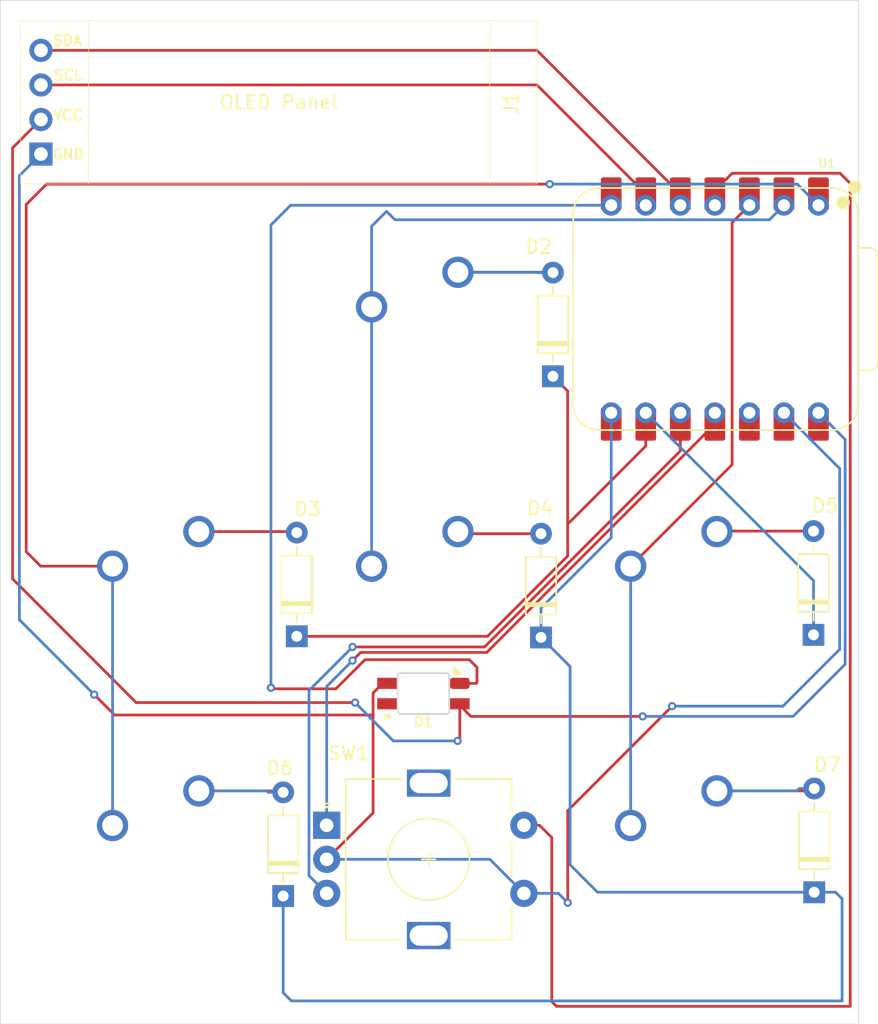
<source format=kicad_pcb>
(kicad_pcb (version 20241229) (generator "pcbnew") (generator_version "9.0")
  (layers (0 "F.Cu" signal) (2 "B.Cu" signal) (13 "F.Paste" user) (15 "B.Paste" user) (5 "F.SilkS" user "F.Silkscreen") (7 "B.SilkS" user "B.Silkscreen") (1 "F.Mask" user) (3 "B.Mask" user) (25 "Edge.Cuts" user))
  (net 0 "")
  (net 1 "LED")
  (net 3 "VCC")
  (net 4 "GND")
  (net 5 "Net-(D2-A)")
  (net 6 "Net-(D3-A)")
  (net 7 "ROW1")
  (net 8 "Net-(D4-A)")
  (net 9 "Net-(D5-A)")
  (net 10 "ROW2")
  (net 11 "Net-(D6-A)")
  (net 12 "Net-(D7-A)")
  (net 13 "SDA")
  (net 14 "SCL")
  (net 15 "R_A")
  (net 16 "R_B")
  (net 17 "COL1")
  (net 18 "R_SW")
  (net 19 "COL2")
  (net 22 "COL3")
  (footprint "libs:SK6812-MINI-E" (layer "F.Cu") (at 176.2125 94.925)
    (property "Reference" "D1" (at 0 2.1 0) (layer "F.SilkS") (effects (font (size 0.7 0.7))))
    (property "Value" "SK6812MINI" (hide yes))
    (fp_poly (pts (xy 2.8 -1.4) (xy 2.2 -1.4) (xy 2.2 -2)) (stroke (width 0.1)) (fill yes) (layer "F.SilkS"))
    (fp_poly (pts (xy -2.62 1.448) (xy -2.38 1.778) (xy -2.86 1.778) (xy -2.62 1.448)) (stroke (width 0.12)) (fill yes) (layer "F.SilkS"))
    (fp_line (start -1.9 1.3) (end -1.9 -1.3) (stroke (width 0.12)) (layer "Edge.Cuts"))
    (fp_line (start -1.7 -1.5) (end 1.7 -1.5) (stroke (width 0.12)) (layer "Edge.Cuts"))
    (fp_line (start 1.7 1.5) (end -1.7 1.5) (stroke (width 0.12)) (layer "Edge.Cuts"))
    (fp_line (start 1.9 -1.3) (end 1.9 1.3) (stroke (width 0.12)) (layer "Edge.Cuts"))
    (fp_arc (start -1.9 -1.3) (mid -1.841421 -1.441421) (end -1.7 -1.5) (stroke (width 0.12)) (layer "Edge.Cuts"))
    (fp_arc (start -1.7 1.5) (mid -1.841421 1.441421) (end -1.9 1.3) (stroke (width 0.12)) (layer "Edge.Cuts"))
    (fp_arc (start 1.7 -1.5) (mid 1.841421 -1.441421) (end 1.9 -1.3) (stroke (width 0.12)) (layer "Edge.Cuts"))
    (fp_arc (start 1.9 1.3) (mid 1.841421 1.441421) (end 1.7 1.5) (stroke (width 0.12)) (layer "Edge.Cuts"))
    (pad "1" smd rect (at -2.675 0.75) (size 1.45 0.82) (layers "F.Cu" "F.Mask" "F.Paste"))
    (pad "2" smd rect (at -2.675 -0.75) (size 1.45 0.82) (layers "F.Cu" "F.Mask" "F.Paste") (net 4 "GND"))
    (pad "3" smd roundrect (at 2.675 -0.75) (size 1.45 0.82) (layers "F.Cu" "F.Mask" "F.Paste") (net 1 "LED"))
    (pad "4" smd rect (at 2.675 0.75) (size 1.45 0.82) (layers "F.Cu" "F.Mask" "F.Paste") (net 3 "VCC"))
  )
  (footprint "OPL:XIAO-RP2040-DIP" (layer "F.Cu") (at 197.6438 66.675 -90)
    (property "Reference" "U1" (at -10.6875 -8.2312 0) (layer "F.SilkS") (effects (font (size 0.635 0.635) (thickness 0.1016))))
    (property "Value" "XIAO-RP2040-DIP")
    (fp_line (start -6.985 10.414) (end 6.985 10.414) (stroke (width 0.127)) (layer "F.SilkS"))
    (fp_line (start -8.89 8.509) (end -8.89 -8.636) (stroke (width 0.127)) (layer "F.SilkS"))
    (fp_line (start 8.89 8.509) (end 8.89 -8.636) (stroke (width 0.127)) (layer "F.SilkS"))
    (fp_line (start -4.495 -10.541) (end -4.491272 -11.451272) (stroke (width 0.127)) (layer "F.SilkS"))
    (fp_line (start 6.985 -10.541) (end -6.985 -10.541) (stroke (width 0.1)) (layer "F.SilkS"))
    (fp_line (start 6.985 -10.541) (end -6.985 -10.541) (stroke (width 0.127)) (layer "F.SilkS"))
    (fp_line (start 4.504 -11.451) (end 4.504 -10.541) (stroke (width 0.127)) (layer "F.SilkS"))
    (fp_line (start -3.991272 -11.951) (end 4.004 -11.951) (stroke (width 0.127)) (layer "F.SilkS"))
    (fp_arc (start -6.985 10.414) (mid -8.332038 9.856038) (end -8.89 8.509) (stroke (width 0.127)) (layer "F.SilkS"))
    (fp_arc (start 8.89 8.509) (mid 8.332038 9.856038) (end 6.985 10.414) (stroke (width 0.127)) (layer "F.SilkS"))
    (fp_arc (start -8.89 -8.636) (mid -8.332038 -9.983038) (end -6.985 -10.541) (stroke (width 0.127)) (layer "F.SilkS"))
    (fp_arc (start 6.985 -10.541) (mid 8.332038 -9.983038) (end 8.89 -8.636) (stroke (width 0.127)) (layer "F.SilkS"))
    (fp_arc (start -4.491272 -11.451272) (mid -4.344728 -11.80464) (end -3.991272 -11.951) (stroke (width 0.127)) (layer "F.SilkS"))
    (fp_arc (start 4.004 -11.951) (mid 4.357553 -11.804553) (end 4.504 -11.451) (stroke (width 0.127)) (layer "F.SilkS"))
    (fp_circle (center -7.807 -9.42) (end -7.807 -9.674) (stroke (width 0.5)) (fill yes) (layer "F.SilkS"))
    (fp_circle (center -8.95 -10.3) (end -8.95 -10.554) (stroke (width 0.5)) (fill yes) (layer "F.SilkS"))
    (pad "1" smd roundrect (at -8.455 -7.62 90) (size 2.432 1.524) (layers "F.Cu" "F.Mask") (roundrect_rratio 0.1) (net 17 "COL1"))
    (pad "1" thru_hole circle (at -7.62 -7.62 90) (size 1.524 1.524) (drill 0.889) (layers "*.Cu" "*.Mask") (net 17 "COL1"))
    (pad "2" smd roundrect (at -8.455 -5.08 90) (size 2.432 1.524) (layers "F.Cu" "F.Mask") (roundrect_rratio 0.1) (net 19 "COL2"))
    (pad "2" thru_hole circle (at -7.62 -5.08 90) (size 1.524 1.524) (drill 0.889) (layers "*.Cu" "*.Mask") (net 19 "COL2"))
    (pad "3" smd roundrect (at -8.455 -2.54 90) (size 2.432 1.524) (layers "F.Cu" "F.Mask") (roundrect_rratio 0.1) (net 22 "COL3"))
    (pad "3" thru_hole circle (at -7.62 -2.54 90) (size 1.524 1.524) (drill 0.889) (layers "*.Cu" "*.Mask") (net 22 "COL3"))
    (pad "4" smd roundrect (at -8.455 0 90) (size 2.432 1.524) (layers "F.Cu" "F.Mask") (roundrect_rratio 0.1) (net 18 "R_SW"))
    (pad "4" thru_hole circle (at -7.62 0 90) (size 1.524 1.524) (drill 0.889) (layers "*.Cu" "*.Mask") (net 18 "R_SW"))
    (pad "5" smd roundrect (at -8.455 2.54 90) (size 2.432 1.524) (layers "F.Cu" "F.Mask") (roundrect_rratio 0.1) (net 13 "SDA"))
    (pad "5" thru_hole circle (at -7.62 2.54 90) (size 1.524 1.524) (drill 0.889) (layers "*.Cu" "*.Mask") (net 13 "SDA"))
    (pad "6" smd roundrect (at -8.455 5.08 90) (size 2.432 1.524) (layers "F.Cu" "F.Mask") (roundrect_rratio 0.1) (net 14 "SCL"))
    (pad "6" thru_hole circle (at -7.62 5.08 90) (size 1.524 1.524) (drill 0.889) (layers "*.Cu" "*.Mask") (net 14 "SCL"))
    (pad "7" smd roundrect (at -8.455 7.62 90) (size 2.432 1.524) (layers "F.Cu" "F.Mask") (roundrect_rratio 0.1) (net 1 "LED"))
    (pad "7" thru_hole circle (at -7.62 7.62 90) (size 1.524 1.524) (drill 0.889) (layers "*.Cu" "*.Mask") (net 1 "LED"))
    (pad "8" thru_hole circle (at 7.62 7.62 270) (size 1.524 1.524) (drill 0.889) (layers "*.Cu" "*.Mask") (net 10 "ROW2"))
    (pad "8" smd roundrect (at 8.455 7.62 270) (size 2.432 1.524) (layers "F.Cu" "F.Mask") (roundrect_rratio 0.1) (net 10 "ROW2"))
    (pad "9" thru_hole circle (at 7.62 5.08 270) (size 1.524 1.524) (drill 0.889) (layers "*.Cu" "*.Mask") (net 7 "ROW1"))
    (pad "9" smd roundrect (at 8.455 5.08 270) (size 2.432 1.524) (layers "F.Cu" "F.Mask") (roundrect_rratio 0.1) (net 7 "ROW1"))
    (pad "10" thru_hole circle (at 7.62 2.54 270) (size 1.524 1.524) (drill 0.889) (layers "*.Cu" "*.Mask") (net 16 "R_B"))
    (pad "10" smd roundrect (at 8.455 2.54 270) (size 2.432 1.524) (layers "F.Cu" "F.Mask") (roundrect_rratio 0.1) (net 16 "R_B"))
    (pad "11" thru_hole circle (at 7.62 0 270) (size 1.524 1.524) (drill 0.889) (layers "*.Cu" "*.Mask") (net 15 "R_A"))
    (pad "11" smd roundrect (at 8.455 0 270) (size 2.432 1.524) (layers "F.Cu" "F.Mask") (roundrect_rratio 0.1) (net 15 "R_A"))
    (pad "12" thru_hole circle (at 7.62 -2.54 270) (size 1.524 1.524) (drill 0.889) (layers "*.Cu" "*.Mask"))
    (pad "12" smd roundrect (at 8.455 -2.54 270) (size 2.432 1.524) (layers "F.Cu" "F.Mask") (roundrect_rratio 0.1))
    (pad "13" thru_hole circle (at 7.62 -5.08 270) (size 1.524 1.524) (drill 0.889) (layers "*.Cu" "*.Mask") (net 4 "GND"))
    (pad "13" smd roundrect (at 8.455 -5.08 270) (size 2.432 1.524) (layers "F.Cu" "F.Mask") (roundrect_rratio 0.1) (net 4 "GND"))
    (pad "14" thru_hole circle (at 7.62 -7.62 270) (size 1.524 1.524) (drill 0.889) (layers "*.Cu" "*.Mask") (net 3 "VCC"))
    (pad "14" smd roundrect (at 8.455 -7.62 270) (size 2.432 1.524) (layers "F.Cu" "F.Mask") (roundrect_rratio 0.1) (net 3 "VCC"))
  )
  (footprint "MX_Solderable:MX-Solderable-1U" (layer "F.Cu") (at 195.2625 107.1562)
    (property "Reference" "SW7")
    (property "Value" "SW_Push")
    (pad "" np_thru_hole circle (at -5.08 0 48.099) (size 1.7018 1.7018) (drill 1.7018) (layers "*.Cu" "*.Mask"))
    (pad "" np_thru_hole circle (at 0 0) (size 3.9878 3.9878) (drill 3.9878) (layers "*.Cu" "*.Mask"))
    (pad "" np_thru_hole circle (at 5.08 0 48.099) (size 1.7018 1.7018) (drill 1.7018) (layers "*.Cu" "*.Mask"))
    (pad "1" thru_hole circle (at -3.81 -2.54) (size 2.3 2.3) (drill 1.524) (layers "*.Cu" "B.Mask") (net 22 "COL3"))
    (pad "2" thru_hole circle (at 2.54 -5.08) (size 2.3 2.3) (drill 1.524) (layers "*.Cu" "B.Mask") (net 12 "Net-(D7-A)"))
  )
  (footprint "OLED:SSD1306-0.91-OLED-4pin-128x32" (layer "F.Cu") (at 184.585 57.485 180)
    (property "Reference" "J1" (at 1.9 5.91 90) (layer "F.SilkS"))
    (property "Value" "OLED DISPLAY")
    (fp_line (start 38 12) (end 38 0) (stroke (width 0.04)) (layer "F.SilkS"))
    (fp_line (start 38 0) (end 0 0) (stroke (width 0.04)) (layer "F.SilkS"))
    (fp_line (start 33 0) (end 33 12) (stroke (width 0.04)) (layer "F.SilkS"))
    (fp_line (start 3.5 0) (end 3.5 12) (stroke (width 0.04)) (layer "F.SilkS"))
    (fp_line (start 0 12) (end 38 12) (stroke (width 0.04)) (layer "F.SilkS"))
    (fp_line (start 0 0) (end 0 12) (stroke (width 0.04)) (layer "F.SilkS"))
    (fp_text user "GND" (at 34.5 2.19 180) (layer "F.SilkS") (effects (font (size 0.75 0.75))))
    (fp_text user "SCL" (at 34.5 7.985 180) (layer "F.SilkS") (effects (font (size 0.75 0.75))))
    (fp_text user "OLED Panel" (at 19 6 0) (layer "F.SilkS"))
    (fp_text user "SDA" (at 34.5475 10.535 180) (layer "F.SilkS") (effects (font (size 0.75 0.75))))
    (fp_text user "VCC" (at 34.51 5.06 180) (layer "F.SilkS") (effects (font (size 0.75 0.75))))
    (pad "1" thru_hole rect (at 36.5 2.19 180) (size 1.7 1.7) (drill 1) (layers "*.Cu" "*.Mask") (net 4 "GND"))
    (pad "2" thru_hole oval (at 36.5 4.73 180) (size 1.7 1.7) (drill 1) (layers "*.Cu" "*.Mask") (net 3 "VCC"))
    (pad "3" thru_hole oval (at 36.5 7.27 180) (size 1.7 1.7) (drill 1) (layers "*.Cu" "*.Mask") (net 14 "SCL"))
    (pad "4" thru_hole oval (at 36.5 9.81 180) (size 1.7 1.7) (drill 1) (layers "*.Cu" "*.Mask") (net 13 "SDA"))
  )
  (footprint "Diode_THT:D_DO-35_SOD27_P7.62mm_Horizontal" (layer "F.Cu") (at 166.9 90.72 90)
    (property "Reference" "D3" (at 9.345 0.8 180) (layer "F.SilkS"))
    (property "Value" "D")
    (fp_line (start 5.93 -1.12) (end 1.69 -1.12) (stroke (width 0.12)) (layer "F.SilkS"))
    (fp_line (start 2.53 -1.12) (end 2.53 1.12) (stroke (width 0.12)) (layer "F.SilkS"))
    (fp_line (start 2.41 -1.12) (end 2.41 1.12) (stroke (width 0.12)) (layer "F.SilkS"))
    (fp_line (start 2.29 -1.12) (end 2.29 1.12) (stroke (width 0.12)) (layer "F.SilkS"))
    (fp_line (start 1.69 -1.12) (end 1.69 1.12) (stroke (width 0.12)) (layer "F.SilkS"))
    (fp_line (start 6.58 0) (end 5.93 0) (stroke (width 0.12)) (layer "F.SilkS"))
    (fp_line (start 1.04 0) (end 1.69 0) (stroke (width 0.12)) (layer "F.SilkS"))
    (fp_line (start 5.93 1.12) (end 5.93 -1.12) (stroke (width 0.12)) (layer "F.SilkS"))
    (fp_line (start 1.69 1.12) (end 5.93 1.12) (stroke (width 0.12)) (layer "F.SilkS"))
    (pad "1" thru_hole rect (at 0 0 90) (size 1.6 1.6) (drill 0.8) (layers "*.Cu" "*.Mask") (net 7 "ROW1"))
    (pad "2" thru_hole oval (at 7.62 0 90) (size 1.6 1.6) (drill 0.8) (layers "*.Cu" "*.Mask") (net 6 "Net-(D3-A)"))
  )
  (footprint "Diode_THT:D_DO-35_SOD27_P7.62mm_Horizontal" (layer "F.Cu") (at 165.9 109.8 90)
    (property "Reference" "D6" (at 9.4 -0.2625 180) (layer "F.SilkS"))
    (property "Value" "D")
    (fp_line (start 5.93 -1.12) (end 1.69 -1.12) (stroke (width 0.12)) (layer "F.SilkS"))
    (fp_line (start 2.53 -1.12) (end 2.53 1.12) (stroke (width 0.12)) (layer "F.SilkS"))
    (fp_line (start 2.41 -1.12) (end 2.41 1.12) (stroke (width 0.12)) (layer "F.SilkS"))
    (fp_line (start 2.29 -1.12) (end 2.29 1.12) (stroke (width 0.12)) (layer "F.SilkS"))
    (fp_line (start 1.69 -1.12) (end 1.69 1.12) (stroke (width 0.12)) (layer "F.SilkS"))
    (fp_line (start 6.58 0) (end 5.93 0) (stroke (width 0.12)) (layer "F.SilkS"))
    (fp_line (start 1.04 0) (end 1.69 0) (stroke (width 0.12)) (layer "F.SilkS"))
    (fp_line (start 5.93 1.12) (end 5.93 -1.12) (stroke (width 0.12)) (layer "F.SilkS"))
    (fp_line (start 1.69 1.12) (end 5.93 1.12) (stroke (width 0.12)) (layer "F.SilkS"))
    (pad "1" thru_hole rect (at 0 0 90) (size 1.6 1.6) (drill 0.8) (layers "*.Cu" "*.Mask") (net 10 "ROW2"))
    (pad "2" thru_hole oval (at 7.62 0 90) (size 1.6 1.6) (drill 0.8) (layers "*.Cu" "*.Mask") (net 11 "Net-(D6-A)"))
  )
  (footprint "Diode_THT:D_DO-35_SOD27_P7.62mm_Horizontal" (layer "F.Cu") (at 184.86 90.8 90)
    (property "Reference" "D4" (at 9.5 -0.06 180) (layer "F.SilkS"))
    (property "Value" "D" (hide yes))
    (fp_line (start 5.93 -1.12) (end 1.69 -1.12) (stroke (width 0.12)) (layer "F.SilkS"))
    (fp_line (start 2.53 -1.12) (end 2.53 1.12) (stroke (width 0.12)) (layer "F.SilkS"))
    (fp_line (start 2.41 -1.12) (end 2.41 1.12) (stroke (width 0.12)) (layer "F.SilkS"))
    (fp_line (start 2.29 -1.12) (end 2.29 1.12) (stroke (width 0.12)) (layer "F.SilkS"))
    (fp_line (start 1.69 -1.12) (end 1.69 1.12) (stroke (width 0.12)) (layer "F.SilkS"))
    (fp_line (start 6.58 0) (end 5.93 0) (stroke (width 0.12)) (layer "F.SilkS"))
    (fp_line (start 1.04 0) (end 1.69 0) (stroke (width 0.12)) (layer "F.SilkS"))
    (fp_line (start 5.93 1.12) (end 5.93 -1.12) (stroke (width 0.12)) (layer "F.SilkS"))
    (fp_line (start 1.69 1.12) (end 5.93 1.12) (stroke (width 0.12)) (layer "F.SilkS"))
    (pad "1" thru_hole rect (at 0 0 90) (size 1.6 1.6) (drill 0.8) (layers "*.Cu" "*.Mask") (net 10 "ROW2"))
    (pad "2" thru_hole oval (at 7.62 0 90) (size 1.6 1.6) (drill 0.8) (layers "*.Cu" "*.Mask") (net 8 "Net-(D4-A)"))
  )
  (footprint "MX_Solderable:MX-Solderable-1U" (layer "F.Cu") (at 176.2125 69.0562)
    (property "Reference" "SW2")
    (property "Value" "SW_Push")
    (pad "" np_thru_hole circle (at -5.08 0 48.099) (size 1.7018 1.7018) (drill 1.7018) (layers "*.Cu" "*.Mask"))
    (pad "" np_thru_hole circle (at 0 0) (size 3.9878 3.9878) (drill 3.9878) (layers "*.Cu" "*.Mask"))
    (pad "" np_thru_hole circle (at 5.08 0 48.099) (size 1.7018 1.7018) (drill 1.7018) (layers "*.Cu" "*.Mask"))
    (pad "1" thru_hole circle (at -3.81 -2.54) (size 2.3 2.3) (drill 1.524) (layers "*.Cu" "B.Mask") (net 19 "COL2"))
    (pad "2" thru_hole circle (at 2.54 -5.08) (size 2.3 2.3) (drill 1.524) (layers "*.Cu" "B.Mask") (net 5 "Net-(D2-A)"))
  )
  (footprint "MX_Solderable:MX-Solderable-1U" (layer "F.Cu") (at 157.1625 107.1562)
    (property "Reference" "SW6")
    (property "Value" "SW_Push")
    (pad "" np_thru_hole circle (at -5.08 0 48.099) (size 1.7018 1.7018) (drill 1.7018) (layers "*.Cu" "*.Mask"))
    (pad "" np_thru_hole circle (at 0 0) (size 3.9878 3.9878) (drill 3.9878) (layers "*.Cu" "*.Mask"))
    (pad "" np_thru_hole circle (at 5.08 0 48.099) (size 1.7018 1.7018) (drill 1.7018) (layers "*.Cu" "*.Mask"))
    (pad "1" thru_hole circle (at -3.81 -2.54) (size 2.3 2.3) (drill 1.524) (layers "*.Cu" "B.Mask") (net 17 "COL1"))
    (pad "2" thru_hole circle (at 2.54 -5.08) (size 2.3 2.3) (drill 1.524) (layers "*.Cu" "B.Mask") (net 11 "Net-(D6-A)"))
  )
  (footprint "MX_Solderable:MX-Solderable-1U" (layer "F.Cu") (at 176.2125 88.1062)
    (property "Reference" "SW4")
    (property "Value" "SW_Push")
    (pad "" np_thru_hole circle (at -5.08 0 48.099) (size 1.7018 1.7018) (drill 1.7018) (layers "*.Cu" "*.Mask"))
    (pad "" np_thru_hole circle (at 0 0) (size 3.9878 3.9878) (drill 3.9878) (layers "*.Cu" "*.Mask"))
    (pad "" np_thru_hole circle (at 5.08 0 48.099) (size 1.7018 1.7018) (drill 1.7018) (layers "*.Cu" "*.Mask"))
    (pad "1" thru_hole circle (at -3.81 -2.54) (size 2.3 2.3) (drill 1.524) (layers "*.Cu" "B.Mask") (net 19 "COL2"))
    (pad "2" thru_hole circle (at 2.54 -5.08) (size 2.3 2.3) (drill 1.524) (layers "*.Cu" "B.Mask") (net 8 "Net-(D4-A)"))
  )
  (footprint "MX_Solderable:MX-Solderable-1U" (layer "F.Cu") (at 157.1625 88.1062)
    (property "Reference" "SW3")
    (property "Value" "SW_Push")
    (pad "" np_thru_hole circle (at -5.08 0 48.099) (size 1.7018 1.7018) (drill 1.7018) (layers "*.Cu" "*.Mask"))
    (pad "" np_thru_hole circle (at 0 0) (size 3.9878 3.9878) (drill 3.9878) (layers "*.Cu" "*.Mask"))
    (pad "" np_thru_hole circle (at 5.08 0 48.099) (size 1.7018 1.7018) (drill 1.7018) (layers "*.Cu" "*.Mask"))
    (pad "1" thru_hole circle (at -3.81 -2.54) (size 2.3 2.3) (drill 1.524) (layers "*.Cu" "B.Mask") (net 17 "COL1"))
    (pad "2" thru_hole circle (at 2.54 -5.08) (size 2.3 2.3) (drill 1.524) (layers "*.Cu" "B.Mask") (net 6 "Net-(D3-A)"))
  )
  (footprint "Diode_THT:D_DO-35_SOD27_P7.62mm_Horizontal" (layer "F.Cu") (at 185.7375 71.62 90)
    (property "Reference" "D2" (at 9.52 -1.0375 180) (layer "F.SilkS"))
    (property "Value" "D" (hide yes))
    (fp_line (start 5.93 -1.12) (end 1.69 -1.12) (stroke (width 0.12)) (layer "F.SilkS"))
    (fp_line (start 2.53 -1.12) (end 2.53 1.12) (stroke (width 0.12)) (layer "F.SilkS"))
    (fp_line (start 2.41 -1.12) (end 2.41 1.12) (stroke (width 0.12)) (layer "F.SilkS"))
    (fp_line (start 2.29 -1.12) (end 2.29 1.12) (stroke (width 0.12)) (layer "F.SilkS"))
    (fp_line (start 1.69 -1.12) (end 1.69 1.12) (stroke (width 0.12)) (layer "F.SilkS"))
    (fp_line (start 6.58 0) (end 5.93 0) (stroke (width 0.12)) (layer "F.SilkS"))
    (fp_line (start 1.04 0) (end 1.69 0) (stroke (width 0.12)) (layer "F.SilkS"))
    (fp_line (start 5.93 1.12) (end 5.93 -1.12) (stroke (width 0.12)) (layer "F.SilkS"))
    (fp_line (start 1.69 1.12) (end 5.93 1.12) (stroke (width 0.12)) (layer "F.SilkS"))
    (pad "1" thru_hole rect (at 0 0 90) (size 1.6 1.6) (drill 0.8) (layers "*.Cu" "*.Mask") (net 7 "ROW1"))
    (pad "2" thru_hole oval (at 7.62 0 90) (size 1.6 1.6) (drill 0.8) (layers "*.Cu" "*.Mask") (net 5 "Net-(D2-A)"))
  )
  (footprint "MX_Solderable:MX-Solderable-1U" (layer "F.Cu") (at 195.2625 88.1062)
    (property "Reference" "SW5")
    (property "Value" "SW_Push")
    (pad "" np_thru_hole circle (at -5.08 0 48.099) (size 1.7018 1.7018) (drill 1.7018) (layers "*.Cu" "*.Mask"))
    (pad "" np_thru_hole circle (at 0 0) (size 3.9878 3.9878) (drill 3.9878) (layers "*.Cu" "*.Mask"))
    (pad "" np_thru_hole circle (at 5.08 0 48.099) (size 1.7018 1.7018) (drill 1.7018) (layers "*.Cu" "*.Mask"))
    (pad "1" thru_hole circle (at -3.81 -2.54) (size 2.3 2.3) (drill 1.524) (layers "*.Cu" "B.Mask") (net 22 "COL3"))
    (pad "2" thru_hole circle (at 2.54 -5.08) (size 2.3 2.3) (drill 1.524) (layers "*.Cu" "B.Mask") (net 9 "Net-(D5-A)"))
  )
  (footprint "Diode_THT:D_DO-35_SOD27_P7.62mm_Horizontal" (layer "F.Cu") (at 204.9 90.61 90)
    (property "Reference" "D5" (at 9.4975 0.8625 180) (layer "F.SilkS"))
    (property "Value" "D" (hide yes))
    (fp_line (start 5.93 -1.12) (end 1.69 -1.12) (stroke (width 0.12)) (layer "F.SilkS"))
    (fp_line (start 2.53 -1.12) (end 2.53 1.12) (stroke (width 0.12)) (layer "F.SilkS"))
    (fp_line (start 2.41 -1.12) (end 2.41 1.12) (stroke (width 0.12)) (layer "F.SilkS"))
    (fp_line (start 2.29 -1.12) (end 2.29 1.12) (stroke (width 0.12)) (layer "F.SilkS"))
    (fp_line (start 1.69 -1.12) (end 1.69 1.12) (stroke (width 0.12)) (layer "F.SilkS"))
    (fp_line (start 6.58 0) (end 5.93 0) (stroke (width 0.12)) (layer "F.SilkS"))
    (fp_line (start 1.04 0) (end 1.69 0) (stroke (width 0.12)) (layer "F.SilkS"))
    (fp_line (start 5.93 1.12) (end 5.93 -1.12) (stroke (width 0.12)) (layer "F.SilkS"))
    (fp_line (start 1.69 1.12) (end 5.93 1.12) (stroke (width 0.12)) (layer "F.SilkS"))
    (pad "1" thru_hole rect (at 0 0 90) (size 1.6 1.6) (drill 0.8) (layers "*.Cu" "*.Mask") (net 7 "ROW1"))
    (pad "2" thru_hole oval (at 7.62 0 90) (size 1.6 1.6) (drill 0.8) (layers "*.Cu" "*.Mask") (net 9 "Net-(D5-A)"))
  )
  (footprint "Diode_THT:D_DO-35_SOD27_P7.62mm_Horizontal" (layer "F.Cu") (at 204.95 109.52 90)
    (property "Reference" "D7" (at 9.3575 0.9625 180) (layer "F.SilkS"))
    (property "Value" "D")
    (fp_line (start 5.93 -1.12) (end 1.69 -1.12) (stroke (width 0.12)) (layer "F.SilkS"))
    (fp_line (start 2.53 -1.12) (end 2.53 1.12) (stroke (width 0.12)) (layer "F.SilkS"))
    (fp_line (start 2.41 -1.12) (end 2.41 1.12) (stroke (width 0.12)) (layer "F.SilkS"))
    (fp_line (start 2.29 -1.12) (end 2.29 1.12) (stroke (width 0.12)) (layer "F.SilkS"))
    (fp_line (start 1.69 -1.12) (end 1.69 1.12) (stroke (width 0.12)) (layer "F.SilkS"))
    (fp_line (start 6.58 0) (end 5.93 0) (stroke (width 0.12)) (layer "F.SilkS"))
    (fp_line (start 1.04 0) (end 1.69 0) (stroke (width 0.12)) (layer "F.SilkS"))
    (fp_line (start 5.93 1.12) (end 5.93 -1.12) (stroke (width 0.12)) (layer "F.SilkS"))
    (fp_line (start 1.69 1.12) (end 5.93 1.12) (stroke (width 0.12)) (layer "F.SilkS"))
    (pad "1" thru_hole rect (at 0 0 90) (size 1.6 1.6) (drill 0.8) (layers "*.Cu" "*.Mask") (net 10 "ROW2"))
    (pad "2" thru_hole oval (at 7.62 0 90) (size 1.6 1.6) (drill 0.8) (layers "*.Cu" "*.Mask") (net 12 "Net-(D7-A)"))
  )
  (footprint "Rotary_Encoder:RotaryEncoder_Alps_EC11E-Switch_Vertical_H20mm" (layer "F.Cu") (at 169.1 104.6)
    (property "Reference" "SW1" (at 1.6 -5.3 0) (layer "F.SilkS"))
    (property "Value" "RotaryEncoder_Switch")
    (fp_line (start -0.3 -1.6) (end 0.3 -1.6) (stroke (width 0.12)) (layer "F.SilkS"))
    (fp_line (start 0 -1.3) (end -0.3 -1.6) (stroke (width 0.12)) (layer "F.SilkS"))
    (fp_line (start 0.3 -1.6) (end 0 -1.3) (stroke (width 0.12)) (layer "F.SilkS"))
    (fp_line (start 1.4 -3.4) (end 1.4 8.4) (stroke (width 0.12)) (layer "F.SilkS"))
    (fp_line (start 5.5 -3.4) (end 1.4 -3.4) (stroke (width 0.12)) (layer "F.SilkS"))
    (fp_line (start 5.5 8.4) (end 1.4 8.4) (stroke (width 0.12)) (layer "F.SilkS"))
    (fp_line (start 7 2.5) (end 8 2.5) (stroke (width 0.12)) (layer "F.SilkS"))
    (fp_line (start 7.5 2) (end 7.5 3) (stroke (width 0.12)) (layer "F.SilkS"))
    (fp_line (start 9.5 -3.4) (end 13.6 -3.4) (stroke (width 0.12)) (layer "F.SilkS"))
    (fp_line (start 13.6 -3.4) (end 13.6 -1) (stroke (width 0.12)) (layer "F.SilkS"))
    (fp_line (start 13.6 1.2) (end 13.6 3.8) (stroke (width 0.12)) (layer "F.SilkS"))
    (fp_line (start 13.6 6) (end 13.6 8.4) (stroke (width 0.12)) (layer "F.SilkS"))
    (fp_line (start 13.6 8.4) (end 9.5 8.4) (stroke (width 0.12)) (layer "F.SilkS"))
    (fp_circle (center 7.5 2.5) (end 10.5 2.5) (stroke (width 0.12)) (fill no) (layer "F.SilkS"))
    (pad "A" thru_hole rect (at 0 0) (size 2 2) (drill 1) (layers "*.Cu" "*.Mask") (net 15 "R_A"))
    (pad "B" thru_hole circle (at 0 5) (size 2 2) (drill 1) (layers "*.Cu" "*.Mask") (net 16 "R_B"))
    (pad "C" thru_hole circle (at 0 2.5) (size 2 2) (drill 1) (layers "*.Cu" "*.Mask") (net 4 "GND"))
    (pad "MP" thru_hole rect (at 7.5 -3.1) (size 3.2 2) (drill oval 2.8 1.5) (layers "*.Cu" "*.Mask"))
    (pad "MP" thru_hole rect (at 7.5 8.1) (size 3.2 2) (drill oval 2.8 1.5) (layers "*.Cu" "*.Mask"))
    (pad "S1" thru_hole circle (at 14.5 5) (size 2 2) (drill 1) (layers "*.Cu" "*.Mask") (net 4 "GND"))
    (pad "S2" thru_hole circle (at 14.5 0) (size 2 2) (drill 1) (layers "*.Cu" "*.Mask") (net 18 "R_SW"))
  )
  (gr_rect (start 145.1 44) (end 208.2 119.2) (stroke (width 0.05)) (fill no) (layer "Edge.Cuts"))
  (segment (start 179.5875 92.4375) (end 180.15 93) (width 0.2) (layer "F.Cu") (net 1))
  (segment (start 169.774943 94.575) (end 165.075 94.575) (width 0.2) (layer "F.Cu") (net 1))
  (segment (start 180.15 93) (end 180.15 94.1125) (width 0.2) (layer "F.Cu") (net 1))
  (segment (start 180.0875 94.175) (end 178.8875 94.175) (width 0.2) (layer "F.Cu") (net 1))
  (segment (start 179.5875 92.4375) (end 171.912443 92.4375) (width 0.2) (layer "F.Cu") (net 1))
  (segment (start 165.075 94.575) (end 165 94.5) (width 0.2) (layer "F.Cu") (net 1))
  (segment (start 190.0238 58.22) (end 190.0238 59.055) (width 0.2) (layer "F.Cu") (net 1))
  (segment (start 171.912443 92.4375) (end 169.774943 94.575) (width 0.2) (layer "F.Cu") (net 1))
  (segment (start 180.15 94.1125) (end 180.0875 94.175) (width 0.2) (layer "F.Cu") (net 1))
  (via (at 165 94.5) (size 0.6) (drill 0.3) (layers "F.Cu" "B.Cu") (net 1))
  (segment (start 166.445 59.055) (end 165 60.5) (width 0.2) (layer "B.Cu") (net 1))
  (segment (start 190.0238 59.055) (end 166.445 59.055) (width 0.2) (layer "B.Cu") (net 1))
  (segment (start 190.024 59.055) (end 190.0238 59.055) (width 0.2) (layer "B.Cu") (net 1))
  (segment (start 165 60.5) (end 165 94.5) (width 0.2) (layer "B.Cu") (net 1))
  (segment (start 178.8875 95.675) (end 178.8875 98.2375) (width 0.2) (layer "F.Cu") (net 3))
  (segment (start 179.7 96.6) (end 178.8875 95.7875) (width 0.2) (layer "F.Cu") (net 3))
  (segment (start 205.2638 75.13) (end 205.2638 74.295) (width 0.2) (layer "F.Cu") (net 3))
  (segment (start 178.8875 95.7875) (end 178.8875 95.675) (width 0.2) (layer "F.Cu") (net 3))
  (segment (start 192.3375 96.6) (end 179.7 96.6) (width 0.2) (layer "F.Cu") (net 3))
  (segment (start 146 54.84) (end 148.085 52.755) (width 0.2) (layer "F.Cu") (net 3))
  (segment (start 146 86.5) (end 146 54.84) (width 0.2) (layer "F.Cu") (net 3))
  (segment (start 152.824 93.324) (end 155.0875 95.5875) (width 0.2) (layer "F.Cu") (net 3))
  (segment (start 178.8875 98.2375) (end 178.725 98.4) (width 0.2) (layer "F.Cu") (net 3))
  (segment (start 155.0875 95.5875) (end 171.1875 95.5875) (width 0.2) (layer "F.Cu") (net 3))
  (segment (start 152.824 93.324) (end 146 86.5) (width 0.2) (layer "F.Cu") (net 3))
  (via (at 171.1875 95.5875) (size 0.6) (drill 0.3) (layers "F.Cu" "B.Cu") (net 3))
  (via (at 178.725 98.4) (size 0.6) (drill 0.3) (layers "F.Cu" "B.Cu") (net 3))
  (via (at 192.3375 96.6) (size 0.6) (drill 0.3) (layers "F.Cu" "B.Cu") (net 3))
  (segment (start 205.95 94.05) (end 207.225 92.775) (width 0.2) (layer "B.Cu") (net 3))
  (segment (start 206.2445 75.2756) (end 205.264 74.295) (width 0.2) (layer "B.Cu") (net 3))
  (segment (start 171.1875 95.5875) (end 174 98.4) (width 0.2) (layer "B.Cu") (net 3))
  (segment (start 207.225 92.775) (end 207.225 76.2562) (width 0.2) (layer "B.Cu") (net 3))
  (segment (start 203.4 96.6) (end 192.3375 96.6) (width 0.2) (layer "B.Cu") (net 3))
  (segment (start 207.225 76.2562) (end 206.2445 75.2756) (width 0.2) (layer "B.Cu") (net 3))
  (segment (start 206.2445 75.2756) (end 206.2444 75.2756) (width 0.2) (layer "B.Cu") (net 3))
  (segment (start 174 98.4) (end 178.725 98.4) (width 0.2) (layer "B.Cu") (net 3))
  (segment (start 206.2444 75.2756) (end 205.2638 74.295) (width 0.2) (layer "B.Cu") (net 3))
  (segment (start 205.95 94.05) (end 203.4 96.6) (width 0.2) (layer "B.Cu") (net 3))
  (segment (start 194.5 95.85) (end 186.825 103.525) (width 0.2) (layer "F.Cu") (net 4))
  (segment (start 172.5115 96.5) (end 172.5115 94.886) (width 0.2) (layer "F.Cu") (net 4))
  (segment (start 202.7238 74.295) (end 202.7238 75.13) (width 0.2) (layer "F.Cu") (net 4))
  (segment (start 153.5 96.5) (end 172.5115 96.5) (width 0.2) (layer "F.Cu") (net 4))
  (segment (start 172.5115 94.886) (end 173.2225 94.175) (width 0.2) (layer "F.Cu") (net 4))
  (segment (start 152 95) (end 153.5 96.5) (width 0.2) (layer "F.Cu") (net 4))
  (segment (start 186.825 103.525) (end 186.825 110.2875) (width 0.2) (layer "F.Cu") (net 4))
  (segment (start 169.1 107.1) (end 172.5115 103.6885) (width 0.2) (layer "F.Cu") (net 4))
  (segment (start 172.5115 103.6885) (end 172.5115 96.5) (width 0.2) (layer "F.Cu") (net 4))
  (segment (start 173.2225 94.175) (end 173.5375 94.175) (width 0.2) (layer "F.Cu") (net 4))
  (via (at 152 95) (size 0.6) (drill 0.3) (layers "F.Cu" "B.Cu") (net 4))
  (via (at 186.825 110.2875) (size 0.6) (drill 0.3) (layers "F.Cu" "B.Cu") (net 4))
  (via (at 194.5 95.85) (size 0.6) (drill 0.3) (layers "F.Cu" "B.Cu") (net 4))
  (segment (start 206.824 91.676) (end 202.65 95.85) (width 0.2) (layer "B.Cu") (net 4))
  (segment (start 146.5 56.88) (end 146.5 89.5) (width 0.2) (layer "B.Cu") (net 4))
  (segment (start 203.5629 75.1339) (end 206.824 78.3952) (width 0.2) (layer "B.Cu") (net 4))
  (segment (start 183.6 109.6) (end 181.1 107.1) (width 0.2) (layer "B.Cu") (net 4))
  (segment (start 186.1375 109.6) (end 183.6 109.6) (width 0.2) (layer "B.Cu") (net 4))
  (segment (start 202.65 95.85) (end 194.5 95.85) (width 0.2) (layer "B.Cu") (net 4))
  (segment (start 202.724 74.295) (end 203.5629 75.1339) (width 0.2) (layer "B.Cu") (net 4))
  (segment (start 194.5 95.85) (end 194.45 95.85) (width 0.2) (layer "B.Cu") (net 4))
  (segment (start 146.5 89.5) (end 152 95) (width 0.2) (layer "B.Cu") (net 4))
  (segment (start 186.825 110.2875) (end 186.1375 109.6) (width 0.2) (layer "B.Cu") (net 4))
  (segment (start 206.824 78.3952) (end 206.824 91.676) (width 0.2) (layer "B.Cu") (net 4))
  (segment (start 148.085 55.295) (end 146.5 56.88) (width 0.2) (layer "B.Cu") (net 4))
  (segment (start 203.5627 75.1339) (end 202.7238 74.295) (width 0.2) (layer "B.Cu") (net 4))
  (segment (start 181.1 107.1) (end 169.1 107.1) (width 0.2) (layer "B.Cu") (net 4))
  (segment (start 203.5629 75.1339) (end 203.5627 75.1339) (width 0.2) (layer "B.Cu") (net 4))
  (segment (start 178.7525 63.9762) (end 185.714 63.9762) (width 0.2) (layer "F.Cu") (net 5))
  (segment (start 185.714 63.9762) (end 185.738 64) (width 0.2) (layer "F.Cu") (net 5))
  (segment (start 178.752 63.9762) (end 178.7525 63.9762) (width 0.2) (layer "F.Cu") (net 5))
  (segment (start 185.7375 64) (end 184.6358 64) (width 0.2) (layer "B.Cu") (net 5))
  (segment (start 178.7525 63.9762) (end 184.612 63.9762) (width 0.2) (layer "B.Cu") (net 5))
  (segment (start 184.612 63.9762) (end 184.6358 64) (width 0.2) (layer "B.Cu") (net 5))
  (segment (start 166.826 83.0262) (end 166.9 83.1) (width 0.2) (layer "F.Cu") (net 6))
  (segment (start 159.7025 83.0262) (end 166.826 83.0262) (width 0.2) (layer "F.Cu") (net 6))
  (segment (start 159.702 83.0262) (end 159.7025 83.0262) (width 0.2) (layer "F.Cu") (net 6))
  (segment (start 192.5638 74.295) (end 192.5638 75.13) (width 0.2) (layer "F.Cu") (net 7))
  (segment (start 192.5638 76.7364) (end 186.82 82.4802) (width 0.2) (layer "F.Cu") (net 7))
  (segment (start 185.7375 71.62) (end 185.738 71.62) (width 0.2) (layer "F.Cu") (net 7))
  (segment (start 186.82 82.4802) (end 186.82 84.8198) (width 0.2) (layer "F.Cu") (net 7))
  (segment (start 180.92 90.72) (end 166.9 90.72) (width 0.2) (layer "F.Cu") (net 7))
  (segment (start 192.5638 75.13) (end 192.5638 76.7364) (width 0.2) (layer "F.Cu") (net 7))
  (segment (start 186.82 72.7023) (end 186.82 82.4802) (width 0.2) (layer "F.Cu") (net 7))
  (segment (start 186.82 84.8198) (end 180.92 90.72) (width 0.2) (layer "F.Cu") (net 7))
  (segment (start 185.738 71.62) (end 186.82 72.7023) (width 0.2) (layer "F.Cu") (net 7))
  (segment (start 204.9 90.61) (end 204.9 86.6312) (width 0.2) (layer "B.Cu") (net 7))
  (segment (start 204.9 86.6312) (end 192.5638 74.295) (width 0.2) (layer "B.Cu") (net 7))
  (segment (start 184.86 83.18) (end 178.906 83.18) (width 0.2) (layer "F.Cu") (net 8))
  (segment (start 178.829 83.1031) (end 178.752 83.0262) (width 0.2) (layer "F.Cu") (net 8))
  (segment (start 178.829 83.1031) (end 178.7525 83.0266) (width 0.2) (layer "F.Cu") (net 8))
  (segment (start 178.7525 83.0266) (end 178.7525 83.0262) (width 0.2) (layer "F.Cu") (net 8))
  (segment (start 178.906 83.18) (end 178.829 83.1031) (width 0.2) (layer "F.Cu") (net 8))
  (segment (start 204.9 82.99) (end 197.839 82.99) (width 0.2) (layer "F.Cu") (net 9))
  (segment (start 197.8025 83.0261) (end 197.8025 83.0262) (width 0.2) (layer "F.Cu") (net 9))
  (segment (start 197.8205 83.0081) (end 197.8025 83.0261) (width 0.2) (layer "F.Cu") (net 9))
  (segment (start 197.8205 83.0081) (end 197.802 83.0262) (width 0.2) (layer "F.Cu") (net 9))
  (segment (start 197.839 82.99) (end 197.8205 83.0081) (width 0.2) (layer "F.Cu") (net 9))
  (segment (start 190.0238 75.13) (end 190.0238 74.295) (width 0.2) (layer "F.Cu") (net 10))
  (segment (start 184.86 90.8) (end 187 92.94) (width 0.2) (layer "B.Cu") (net 10))
  (segment (start 165.9 116.9) (end 166.5 117.5) (width 0.2) (layer "B.Cu") (net 10))
  (segment (start 190.024 74.295) (end 190.024 83.4762) (width 0.2) (layer "B.Cu") (net 10))
  (segment (start 187 92.94) (end 187 107.5) (width 0.2) (layer "B.Cu") (net 10))
  (segment (start 207 110) (end 206.5 109.5) (width 0.2) (layer "B.Cu") (net 10))
  (segment (start 187 107.5) (end 189.02 109.52) (width 0.2) (layer "B.Cu") (net 10))
  (segment (start 184.86 88.64) (end 184.86 90.8) (width 0.2) (layer "B.Cu") (net 10))
  (segment (start 190.0238 74.295) (end 190.024 74.295) (width 0.2) (layer "B.Cu") (net 10))
  (segment (start 166.5 117.5) (end 207 117.5) (width 0.2) (layer "B.Cu") (net 10))
  (segment (start 206.5 109.5) (end 206.48 109.52) (width 0.2) (layer "B.Cu") (net 10))
  (segment (start 165.9 109.8) (end 165.9 116.9) (width 0.2) (layer "B.Cu") (net 10))
  (segment (start 206.48 109.52) (end 204.95 109.52) (width 0.2) (layer "B.Cu") (net 10))
  (segment (start 189.02 109.52) (end 204.95 109.52) (width 0.2) (layer "B.Cu") (net 10))
  (segment (start 207 117.5) (end 207 110) (width 0.2) (layer "B.Cu") (net 10))
  (segment (start 190.024 83.4762) (end 184.86 88.64) (width 0.2) (layer "B.Cu") (net 10))
  (segment (start 159.702 102.076) (end 165.796 102.076) (width 0.2) (layer "F.Cu") (net 11))
  (segment (start 165.796 102.076) (end 165.9 102.18) (width 0.2) (layer "F.Cu") (net 11))
  (segment (start 159.7025 102.0762) (end 164.6945 102.0762) (width 0.2) (layer "B.Cu") (net 11))
  (segment (start 164.6945 102.0762) (end 164.7983 102.18) (width 0.2) (layer "B.Cu") (net 11))
  (segment (start 165.9 102.18) (end 164.7983 102.18) (width 0.2) (layer "B.Cu") (net 11))
  (segment (start 204.774 102.076) (end 204.95 101.9) (width 0.2) (layer "F.Cu") (net 12))
  (segment (start 197.802 102.076) (end 204.774 102.076) (width 0.2) (layer "F.Cu") (net 12))
  (segment (start 203.6721 102.0762) (end 203.8483 101.9) (width 0.2) (layer "B.Cu") (net 12))
  (segment (start 197.8025 102.0762) (end 203.6721 102.0762) (width 0.2) (layer "B.Cu") (net 12))
  (segment (start 204.95 101.9) (end 203.8483 101.9) (width 0.2) (layer "B.Cu") (net 12))
  (segment (start 195.1038 58.2198) (end 195.1038 58.22) (width 0.2) (layer "F.Cu") (net 13))
  (segment (start 184.559 47.675) (end 194.2652 57.3812) (width 0.2) (layer "F.Cu") (net 13))
  (segment (start 148.085 47.675) (end 184.559 47.675) (width 0.2) (layer "F.Cu") (net 13))
  (segment (start 194.2652 57.3812) (end 195.1038 58.2198) (width 0.2) (layer "F.Cu") (net 13))
  (segment (start 195.1038 59.055) (end 195.1038 58.22) (width 0.2) (layer "F.Cu") (net 13))
  (segment (start 194.2652 57.3812) (end 195.104 58.22) (width 0.2) (layer "F.Cu") (net 13))
  (segment (start 191.7252 57.3812) (end 192.5638 58.2198) (width 0.2) (layer "F.Cu") (net 14))
  (segment (start 191.7252 57.3812) (end 192.564 58.22) (width 0.2) (layer "F.Cu") (net 14))
  (segment (start 192.5638 59.055) (end 192.5638 58.22) (width 0.2) (layer "F.Cu") (net 14))
  (segment (start 192.5638 58.2198) (end 192.5638 58.22) (width 0.2) (layer "F.Cu") (net 14))
  (segment (start 184.559 50.215) (end 191.7252 57.3812) (width 0.2) (layer "F.Cu") (net 14))
  (segment (start 148.085 50.215) (end 184.559 50.215) (width 0.2) (layer "F.Cu") (net 14))
  (segment (start 197.6438 75.1302) (end 197.6438 75.13) (width 0.2) (layer "F.Cu") (net 15))
  (segment (start 195.504997 77.269007) (end 195.2701 77.5039) (width 0.2) (layer "F.Cu") (net 15))
  (segment (start 181.108 91.6661) (end 180.990918 91.783182) (width 0.2) (layer "F.Cu") (net 15))
  (segment (start 197.6438 74.295) (end 197.6438 75.13) (width 0.2) (layer "F.Cu") (net 15))
  (segment (start 180.541382 91.901) (end 171.599 91.901) (width 0.2) (layer "F.Cu") (net 15))
  (segment (start 197.644 75.13) (end 196.8052 75.9688) (width 0.2) (layer "F.Cu") (net 15))
  (segment (start 180.541723 91.90134) (end 180.541382 91.901) (width 0.2) (layer "F.Cu") (net 15))
  (segment (start 196.8052 75.9688) (end 197.6438 75.1302) (width 0.2) (layer "F.Cu") (net 15))
  (segment (start 195.504997 77.269003) (end 195.504997 77.269007) (width 0.2) (layer "F.Cu") (net 15))
  (segment (start 180.873922 91.900659) (end 180.87344 91.90066) (width 0.2) (layer "F.Cu") (net 15))
  (segment (start 180.707579 91.901) (end 180.541723 91.90134) (width 0.2) (layer "F.Cu") (net 15))
  (segment (start 195.2701 77.5039) (end 181.108 91.666) (width 0.2) (layer "F.Cu") (net 15))
  (segment (start 180.87344 91.90066) (end 180.8731 91.901) (width 0.2) (layer "F.Cu") (net 15))
  (segment (start 181.108 91.666) (end 181.108 91.6661) (width 0.2) (layer "F.Cu") (net 15))
  (segment (start 180.8731 91.901) (end 180.707579 91.901) (width 0.2) (layer "F.Cu") (net 15))
  (segment (start 171.599 91.901) (end 171 92.5) (width 0.2) (layer "F.Cu") (net 15))
  (segment (start 180.990918 91.783182) (end 180.873922 91.900659) (width 0.2) (layer "F.Cu") (net 15))
  (segment (start 196.8052 75.9688) (end 195.504997 77.269003) (width 0.2) (layer "F.Cu") (net 15))
  (via (at 171 92.5) (size 0.6) (drill 0.3) (layers "F.Cu" "B.Cu") (net 15))
  (segment (start 169.1 94.4) (end 169.1 104.6) (width 0.2) (layer "B.Cu") (net 15))
  (segment (start 171 92.5) (end 169.1 94.4) (width 0.2) (layer "B.Cu") (net 15))
  (segment (start 195.104 75.13) (end 195.104 77.1029) (width 0.2) (layer "F.Cu") (net 16))
  (segment (start 195.1038 75.13) (end 195.104 75.13) (width 0.2) (layer "F.Cu") (net 16))
  (segment (start 180.707 91.5) (end 171 91.5) (width 0.2) (layer "F.Cu") (net 16))
  (segment (start 180.853 91.3534) (end 180.707 91.5) (width 0.2) (layer "F.Cu") (net 16))
  (segment (start 195.104 77.1029) (end 180.853 91.3534) (width 0.2) (layer "F.Cu") (net 16))
  (segment (start 195.1038 75.13) (end 195.1038 74.295) (width 0.2) (layer "F.Cu") (net 16))
  (via (at 171 91.5) (size 0.6) (drill 0.3) (layers "F.Cu" "B.Cu") (net 16))
  (segment (start 171 91.5) (end 167.799 94.701) (width 0.2) (layer "B.Cu") (net 16))
  (segment (start 167.799 108.299) (end 169.1 109.6) (width 0.2) (layer "B.Cu") (net 16))
  (segment (start 167.799 94.701) (end 167.799 108.299) (width 0.2) (layer "B.Cu") (net 16))
  (segment (start 205.2638 58.22) (end 205.2638 59.055) (width 0.2) (layer "F.Cu") (net 17))
  (segment (start 148.5 57.5) (end 185.5 57.5) (width 0.2) (layer "F.Cu") (net 17))
  (segment (start 153.3525 85.5662) (end 153.352 85.5662) (width 0.2) (layer "F.Cu") (net 17))
  (segment (start 148.066 85.5662) (end 147 84.5) (width 0.2) (layer "F.Cu") (net 17))
  (segment (start 153.352 85.5662) (end 148.066 85.5662) (width 0.2) (layer "F.Cu") (net 17))
  (segment (start 147 59) (end 148.5 57.5) (width 0.2) (layer "F.Cu") (net 17))
  (segment (start 147 84.5) (end 147 59) (width 0.2) (layer "F.Cu") (net 17))
  (via (at 185.5 57.5) (size 0.6) (drill 0.3) (layers "F.Cu" "B.Cu") (net 17))
  (segment (start 153.352 85.5662) (end 153.352 86.2357) (width 0.2) (layer "B.Cu") (net 17))
  (segment (start 203.709 57.5) (end 204.4865 58.2775) (width 0.2) (layer "B.Cu") (net 17))
  (segment (start 185.5 57.5) (end 203.709 57.5) (width 0.2) (layer "B.Cu") (net 17))
  (segment (start 204.4865 58.2775) (end 205.264 59.055) (width 0.2) (layer "B.Cu") (net 17))
  (segment (start 153.3525 86.2352) (end 153.3525 85.5662) (width 0.2) (layer "B.Cu") (net 17))
  (segment (start 153.352 86.2357) (end 153.3525 86.2352) (width 0.2) (layer "B.Cu") (net 17))
  (segment (start 205.2638 59.0548) (end 205.2638 59.055) (width 0.2) (layer "B.Cu") (net 17))
  (segment (start 204.4865 58.2775) (end 205.2638 59.0548) (width 0.2) (layer "B.Cu") (net 17))
  (segment (start 153.3525 104.6162) (end 153.3522 104.6162) (width 0.2) (layer "B.Cu") (net 17))
  (segment (start 153.352 86.2357) (end 153.352 104.616) (width 0.2) (layer "B.Cu") (net 17))
  (segment (start 153.3522 104.6162) (end 153.352 104.616) (width 0.2) (layer "B.Cu") (net 17))
  (segment (start 197.644 57.9774) (end 198.918 56.703) (width 0.2) (layer "F.Cu") (net 18))
  (segment (start 206.852 56.703) (end 207.599 57.45) (width 0.2) (layer "F.Cu") (net 18))
  (segment (start 186 117.9) (end 185.65 117.55) (width 0.2) (layer "F.Cu") (net 18))
  (segment (start 184.75 104.6) (end 183.6 104.6) (width 0.2) (layer "F.Cu") (net 18))
  (segment (start 197.644 59.055) (end 197.644 58.22) (width 0.2) (layer "F.Cu") (net 18))
  (segment (start 197.6438 59.055) (end 197.644 59.055) (width 0.2) (layer "F.Cu") (net 18))
  (segment (start 198.918 56.703) (end 206.852 56.703) (width 0.2) (layer "F.Cu") (net 18))
  (segment (start 185.65 105.5) (end 184.75 104.6) (width 0.2) (layer "F.Cu") (net 18))
  (segment (start 207.599 117.9) (end 186 117.9) (width 0.2) (layer "F.Cu") (net 18))
  (segment (start 185.65 117.55) (end 185.65 105.5) (width 0.2) (layer "F.Cu") (net 18))
  (segment (start 207.599 57.45) (end 207.599 117.9) (width 0.2) (layer "F.Cu") (net 18))
  (segment (start 197.6438 58.22) (end 197.644 58.22) (width 0.2) (layer "F.Cu") (net 18))
  (segment (start 197.644 58.22) (end 197.644 57.9774) (width 0.2) (layer "F.Cu") (net 18))
  (segment (start 202.7238 58.22) (end 202.7238 59.055) (width 0.2) (layer "F.Cu") (net 19))
  (segment (start 172.4025 85.5662) (end 172.5757 85.393) (width 0.2) (layer "F.Cu") (net 19))
  (segment (start 172.5757 66.6894) (end 172.4025 66.5162) (width 0.2) (layer "F.Cu") (net 19))
  (segment (start 201.661 60.118) (end 202.1925 59.5865) (width 0.2) (layer "B.Cu") (net 19))
  (segment (start 202.1925 59.5865) (end 202.724 59.055) (width 0.2) (layer "B.Cu") (net 19))
  (segment (start 172.402 60.5975) (end 173.5 59.5) (width 0.2) (layer "B.Cu") (net 19))
  (segment (start 173.5 59.5) (end 174.118 60.118) (width 0.2) (layer "B.Cu") (net 19))
  (segment (start 172.402 66.5162) (end 172.402 60.5975) (width 0.2) (layer "B.Cu") (net 19))
  (segment (start 202.7238 59.0552) (end 202.7238 59.055) (width 0.2) (layer "B.Cu") (net 19))
  (segment (start 172.4025 66.5162) (end 172.402 66.5162) (width 0.2) (layer "B.Cu") (net 19))
  (segment (start 202.1925 59.5865) (end 202.7238 59.0552) (width 0.2) (layer "B.Cu") (net 19))
  (segment (start 174.118 60.118) (end 201.661 60.118) (width 0.2) (layer "B.Cu") (net 19))
  (segment (start 172.402 66.5162) (end 172.402 85.5662) (width 0.2) (layer "B.Cu") (net 19))
  (segment (start 200.1838 59.055) (end 198.9138 60.325) (width 0.2) (layer "F.Cu") (net 22))
  (segment (start 198.9138 78.1049) (end 191.4525 85.5662) (width 0.2) (layer "F.Cu") (net 22))
  (segment (start 200.1838 58.22) (end 200.1838 59.055) (width 0.2) (layer "F.Cu") (net 22))
  (segment (start 198.9138 60.325) (end 198.9138 78.1049) (width 0.2) (layer "F.Cu") (net 22))
  (segment (start 191.4525 85.5662) (end 191.452 85.5662) (width 0.2) (layer "B.Cu") (net 22))
  (segment (start 191.452 85.5662) (end 191.452 104.616) (width 0.2) (layer "B.Cu") (net 22))
  (segment (start 191.4522 104.6162) (end 191.452 104.616) (width 0.2) (layer "B.Cu") (net 22))
  (segment (start 191.4525 104.6162) (end 191.4522 104.6162) (width 0.2) (layer "B.Cu") (net 22))
)
</source>
